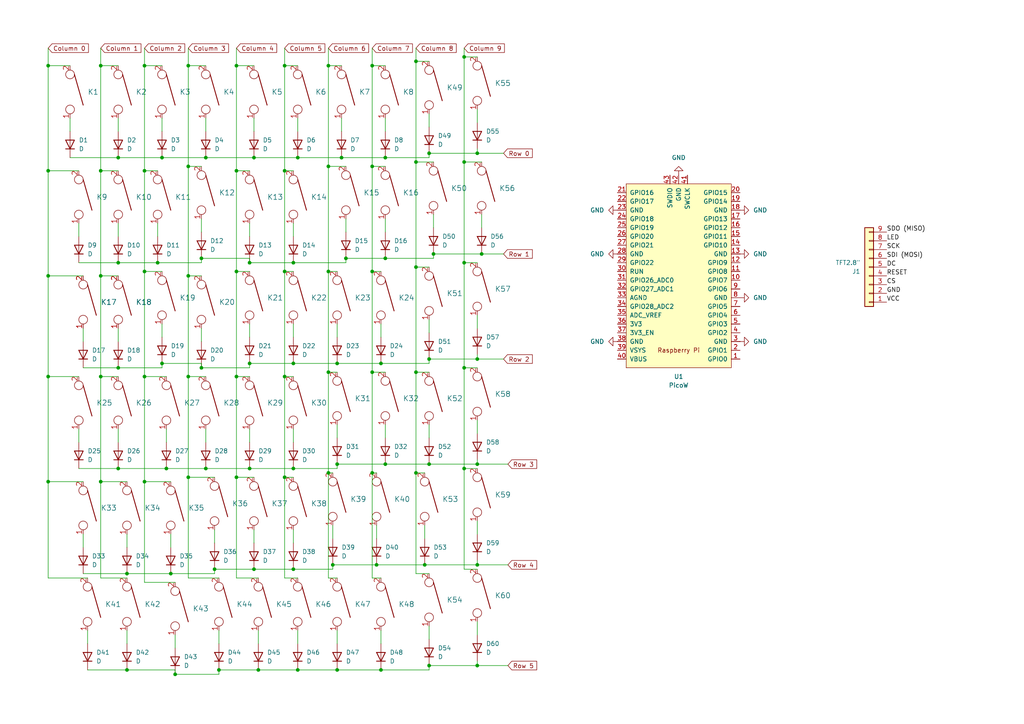
<source format=kicad_sch>
(kicad_sch (version 20231120) (generator "eeschema") (generator_version "8.0")
  (paper "A4")
  (junction (at 54.61 80.01))
  (junction (at 58.42 106.68))
  (junction (at 97.79 105.41))
  (junction (at 120.65 46.99))
  (junction (at 124.46 104.14))
  (junction (at 82.55 138.43))
  (junction (at 111.76 74.93))
  (junction (at 97.79 194.31))
  (junction (at 48.26 135.89))
  (junction (at 41.91 19.05))
  (junction (at 134.62 106.68))
  (junction (at 29.21 19.05))
  (junction (at 34.29 135.89))
  (junction (at 95.25 48.26))
  (junction (at 134.62 76.2))
  (junction (at 72.39 135.89))
  (junction (at 111.76 134.62))
  (junction (at 41.91 78.74))
  (junction (at 72.39 76.2))
  (junction (at 107.95 78.74))
  (junction (at 13.97 19.05))
  (junction (at 107.95 48.26))
  (junction (at 86.36 45.72))
  (junction (at 124.46 44.45))
  (junction (at 82.55 19.05))
  (junction (at 138.43 104.14))
  (junction (at 107.95 107.95))
  (junction (at 110.49 194.31))
  (junction (at 123.19 163.83))
  (junction (at 124.46 134.62))
  (junction (at 86.36 194.31))
  (junction (at 85.09 76.2))
  (junction (at 13.97 139.7))
  (junction (at 138.43 193.04))
  (junction (at 68.58 138.43))
  (junction (at 59.69 45.72))
  (junction (at 72.39 105.41))
  (junction (at 13.97 49.53))
  (junction (at 58.42 74.93))
  (junction (at 82.55 78.74))
  (junction (at 68.58 78.74))
  (junction (at 96.52 163.83))
  (junction (at 82.55 109.22))
  (junction (at 120.65 107.95))
  (junction (at 54.61 48.26))
  (junction (at 85.09 105.41))
  (junction (at 109.22 163.83))
  (junction (at 13.97 80.01))
  (junction (at 95.25 78.74))
  (junction (at 107.95 137.16))
  (junction (at 99.06 45.72))
  (junction (at 68.58 109.22))
  (junction (at 95.25 107.95))
  (junction (at 120.65 17.78))
  (junction (at 54.61 109.22))
  (junction (at 74.93 194.31))
  (junction (at 41.91 139.7))
  (junction (at 68.58 19.05))
  (junction (at 45.72 76.2))
  (junction (at 124.46 193.04))
  (junction (at 100.33 74.93))
  (junction (at 54.61 19.05))
  (junction (at 62.23 165.1))
  (junction (at 13.97 109.22))
  (junction (at 46.99 45.72))
  (junction (at 29.21 139.7))
  (junction (at 41.91 49.53))
  (junction (at 139.7 73.66))
  (junction (at 36.83 166.37))
  (junction (at 63.5 194.31))
  (junction (at 73.66 165.1))
  (junction (at 110.49 105.41))
  (junction (at 82.55 49.53))
  (junction (at 73.66 45.72))
  (junction (at 97.79 134.62))
  (junction (at 34.29 45.72))
  (junction (at 120.65 77.47))
  (junction (at 85.09 165.1))
  (junction (at 46.99 105.41))
  (junction (at 29.21 80.01))
  (junction (at 36.83 194.31))
  (junction (at 29.21 49.53))
  (junction (at 34.29 106.68))
  (junction (at 111.76 45.72))
  (junction (at 59.69 135.89))
  (junction (at 95.25 19.05))
  (junction (at 29.21 109.22))
  (junction (at 107.95 19.05))
  (junction (at 134.62 135.89))
  (junction (at 138.43 134.62))
  (junction (at 54.61 138.43))
  (junction (at 50.8 195.58))
  (junction (at 68.58 49.53))
  (junction (at 120.65 137.16))
  (junction (at 34.29 76.2))
  (junction (at 134.62 16.51))
  (junction (at 85.09 135.89))
  (junction (at 41.91 109.22))
  (junction (at 125.73 73.66))
  (junction (at 138.43 163.83))
  (junction (at 49.53 166.37))
  (junction (at 134.62 46.99))
  (junction (at 138.43 44.45))
  (junction (at 95.25 137.16))
  (wire (pts (xy 82.55 78.74) (xy 85.09 78.74)))
  (wire (pts (xy 29.21 80.01) (xy 29.21 109.22)))
  (wire (pts (xy 22.86 76.2) (xy 34.29 76.2)))
  (wire (pts (xy 107.95 48.26) (xy 107.95 78.74)))
  (wire (pts (xy 54.61 80.01) (xy 58.42 80.01)))
  (wire (pts (xy 73.66 19.05) (xy 68.58 19.05)))
  (wire (pts (xy 120.65 107.95) (xy 120.65 137.16)))
  (wire (pts (xy 29.21 80.01) (xy 34.29 80.01)))
  (wire (pts (xy 107.95 19.05) (xy 107.95 48.26)))
  (wire (pts (xy 46.99 93.98) (xy 46.99 97.79)))
  (wire (pts (xy 58.42 106.68) (xy 72.39 106.68)))
  (wire (pts (xy 54.61 48.26) (xy 58.42 48.26)))
  (wire (pts (xy 97.79 105.41) (xy 110.49 105.41)))
  (wire (pts (xy 54.61 138.43) (xy 62.23 138.43)))
  (wire (pts (xy 34.29 45.72) (xy 46.99 45.72)))
  (wire (pts (xy 41.91 109.22) (xy 48.26 109.22)))
  (wire (pts (xy 85.09 165.1) (xy 96.52 165.1)))
  (wire (pts (xy 82.55 109.22) (xy 85.09 109.22)))
  (wire (pts (xy 82.55 19.05) (xy 82.55 49.53)))
  (wire (pts (xy 99.06 34.29) (xy 99.06 38.1)))
  (wire (pts (xy 134.62 106.68) (xy 134.62 135.89)))
  (wire (pts (xy 125.73 73.66) (xy 139.7 73.66)))
  (wire (pts (xy 138.43 16.51) (xy 134.62 16.51)))
  (wire (pts (xy 72.39 76.2) (xy 85.09 76.2)))
  (wire (pts (xy 97.79 194.31) (xy 110.49 194.31)))
  (wire (pts (xy 49.53 166.37) (xy 62.23 166.37)))
  (wire (pts (xy 29.21 139.7) (xy 29.21 167.64)))
  (wire (pts (xy 48.26 124.46) (xy 48.26 128.27)))
  (wire (pts (xy 41.91 13.97) (xy 41.91 19.05)))
  (wire (pts (xy 58.42 63.5) (xy 58.42 67.31)))
  (wire (pts (xy 62.23 165.1) (xy 73.66 165.1)))
  (wire (pts (xy 134.62 13.97) (xy 134.62 16.51)))
  (wire (pts (xy 139.7 62.23) (xy 139.7 66.04)))
  (wire (pts (xy 41.91 109.22) (xy 41.91 139.7)))
  (wire (pts (xy 72.39 74.93) (xy 72.39 76.2)))
  (wire (pts (xy 111.76 19.05) (xy 107.95 19.05)))
  (wire (pts (xy 86.36 182.88) (xy 86.36 186.69)))
  (wire (pts (xy 59.69 124.46) (xy 59.69 128.27)))
  (wire (pts (xy 125.73 74.93) (xy 125.73 73.66)))
  (wire (pts (xy 134.62 106.68) (xy 138.43 106.68)))
  (wire (pts (xy 120.65 46.99) (xy 120.65 77.47)))
  (wire (pts (xy 138.43 121.92) (xy 138.43 125.73)))
  (wire (pts (xy 82.55 78.74) (xy 82.55 109.22)))
  (wire (pts (xy 96.52 152.4) (xy 96.52 156.21)))
  (wire (pts (xy 72.39 105.41) (xy 85.09 105.41)))
  (wire (pts (xy 13.97 80.01) (xy 13.97 109.22)))
  (wire (pts (xy 54.61 13.97) (xy 54.61 19.05)))
  (wire (pts (xy 110.49 93.98) (xy 110.49 97.79)))
  (wire (pts (xy 124.46 105.41) (xy 124.46 104.14)))
  (wire (pts (xy 97.79 134.62) (xy 111.76 134.62)))
  (wire (pts (xy 85.09 64.77) (xy 85.09 68.58)))
  (wire (pts (xy 45.72 76.2) (xy 58.42 76.2)))
  (wire (pts (xy 29.21 109.22) (xy 29.21 139.7)))
  (wire (pts (xy 86.36 194.31) (xy 97.79 194.31)))
  (wire (pts (xy 100.33 76.2) (xy 100.33 74.93)))
  (wire (pts (xy 41.91 19.05) (xy 41.91 49.53)))
  (wire (pts (xy 120.65 107.95) (xy 124.46 107.95)))
  (wire (pts (xy 74.93 182.88) (xy 74.93 186.69)))
  (wire (pts (xy 34.29 76.2) (xy 45.72 76.2)))
  (wire (pts (xy 120.65 166.37) (xy 124.46 166.37)))
  (wire (pts (xy 99.06 19.05) (xy 95.25 19.05)))
  (wire (pts (xy 68.58 109.22) (xy 72.39 109.22)))
  (wire (pts (xy 125.73 62.23) (xy 125.73 66.04)))
  (wire (pts (xy 85.09 93.98) (xy 85.09 97.79)))
  (wire (pts (xy 73.66 165.1) (xy 85.09 165.1)))
  (wire (pts (xy 82.55 138.43) (xy 82.55 167.64)))
  (wire (pts (xy 134.62 135.89) (xy 138.43 135.89)))
  (wire (pts (xy 134.62 76.2) (xy 134.62 106.68)))
  (wire (pts (xy 48.26 135.89) (xy 59.69 135.89)))
  (wire (pts (xy 109.22 152.4) (xy 109.22 156.21)))
  (wire (pts (xy 95.25 48.26) (xy 100.33 48.26)))
  (wire (pts (xy 82.55 109.22) (xy 82.55 138.43)))
  (wire (pts (xy 73.66 45.72) (xy 86.36 45.72)))
  (wire (pts (xy 36.83 182.88) (xy 36.83 186.69)))
  (wire (pts (xy 120.65 13.97) (xy 120.65 17.78)))
  (wire (pts (xy 124.46 104.14) (xy 138.43 104.14)))
  (wire (pts (xy 20.32 45.72) (xy 34.29 45.72)))
  (wire (pts (xy 29.21 19.05) (xy 29.21 49.53)))
  (wire (pts (xy 68.58 78.74) (xy 72.39 78.74)))
  (wire (pts (xy 46.99 45.72) (xy 59.69 45.72)))
  (wire (pts (xy 95.25 19.05) (xy 95.25 48.26)))
  (wire (pts (xy 138.43 193.04) (xy 147.32 193.04)))
  (wire (pts (xy 138.43 180.34) (xy 138.43 184.15)))
  (wire (pts (xy 107.95 78.74) (xy 110.49 78.74)))
  (wire (pts (xy 25.4 194.31) (xy 36.83 194.31)))
  (wire (pts (xy 29.21 109.22) (xy 34.29 109.22)))
  (wire (pts (xy 138.43 31.75) (xy 138.43 35.56)))
  (wire (pts (xy 74.93 194.31) (xy 86.36 194.31)))
  (wire (pts (xy 107.95 13.97) (xy 107.95 19.05)))
  (wire (pts (xy 111.76 74.93) (xy 125.73 74.93)))
  (wire (pts (xy 124.46 123.19) (xy 124.46 127)))
  (wire (pts (xy 95.25 107.95) (xy 95.25 137.16)))
  (wire (pts (xy 41.91 139.7) (xy 41.91 168.91)))
  (wire (pts (xy 97.79 182.88) (xy 97.79 186.69)))
  (wire (pts (xy 50.8 195.58) (xy 63.5 195.58)))
  (wire (pts (xy 13.97 109.22) (xy 13.97 139.7)))
  (wire (pts (xy 54.61 138.43) (xy 54.61 167.64)))
  (wire (pts (xy 34.29 19.05) (xy 29.21 19.05)))
  (wire (pts (xy 13.97 19.05) (xy 13.97 49.53)))
  (wire (pts (xy 95.25 13.97) (xy 95.25 19.05)))
  (wire (pts (xy 13.97 49.53) (xy 13.97 80.01)))
  (wire (pts (xy 36.83 166.37) (xy 49.53 166.37)))
  (wire (pts (xy 95.25 107.95) (xy 97.79 107.95)))
  (wire (pts (xy 95.25 48.26) (xy 95.25 78.74)))
  (wire (pts (xy 107.95 167.64) (xy 110.49 167.64)))
  (wire (pts (xy 59.69 45.72) (xy 73.66 45.72)))
  (wire (pts (xy 68.58 167.64) (xy 74.93 167.64)))
  (wire (pts (xy 46.99 34.29) (xy 46.99 38.1)))
  (wire (pts (xy 62.23 153.67) (xy 62.23 157.48)))
  (wire (pts (xy 82.55 49.53) (xy 82.55 78.74)))
  (wire (pts (xy 72.39 93.98) (xy 72.39 97.79)))
  (wire (pts (xy 41.91 49.53) (xy 45.72 49.53)))
  (wire (pts (xy 41.91 78.74) (xy 41.91 109.22)))
  (wire (pts (xy 96.52 165.1) (xy 96.52 163.83)))
  (wire (pts (xy 95.25 137.16) (xy 96.52 137.16)))
  (wire (pts (xy 49.53 154.94) (xy 49.53 158.75)))
  (wire (pts (xy 85.09 105.41) (xy 97.79 105.41)))
  (wire (pts (xy 123.19 163.83) (xy 138.43 163.83)))
  (wire (pts (xy 95.25 78.74) (xy 95.25 107.95)))
  (wire (pts (xy 41.91 78.74) (xy 46.99 78.74)))
  (wire (pts (xy 36.83 154.94) (xy 36.83 158.75)))
  (wire (pts (xy 54.61 109.22) (xy 59.69 109.22)))
  (wire (pts (xy 54.61 167.64) (xy 63.5 167.64)))
  (wire (pts (xy 72.39 124.46) (xy 72.39 128.27)))
  (wire (pts (xy 134.62 46.99) (xy 134.62 76.2)))
  (wire (pts (xy 29.21 13.97) (xy 29.21 19.05)))
  (wire (pts (xy 86.36 19.05) (xy 82.55 19.05)))
  (wire (pts (xy 50.8 184.15) (xy 50.8 187.96)))
  (wire (pts (xy 138.43 193.04) (xy 138.43 191.77)))
  (wire (pts (xy 54.61 19.05) (xy 54.61 48.26)))
  (wire (pts (xy 120.65 137.16) (xy 120.65 166.37)))
  (wire (pts (xy 68.58 138.43) (xy 73.66 138.43)))
  (wire (pts (xy 54.61 48.26) (xy 54.61 80.01)))
  (wire (pts (xy 58.42 105.41) (xy 58.42 106.68)))
  (wire (pts (xy 97.79 123.19) (xy 97.79 127)))
  (wire (pts (xy 100.33 63.5) (xy 100.33 67.31)))
  (wire (pts (xy 63.5 195.58) (xy 63.5 194.31)))
  (wire (pts (xy 107.95 137.16) (xy 107.95 167.64)))
  (wire (pts (xy 124.46 194.31) (xy 124.46 193.04)))
  (wire (pts (xy 22.86 124.46) (xy 22.86 128.27)))
  (wire (pts (xy 124.46 45.72) (xy 124.46 44.45)))
  (wire (pts (xy 13.97 80.01) (xy 24.13 80.01)))
  (wire (pts (xy 68.58 109.22) (xy 68.58 138.43)))
  (wire (pts (xy 97.79 93.98) (xy 97.79 97.79)))
  (wire (pts (xy 124.46 44.45) (xy 138.43 44.45)))
  (wire (pts (xy 111.76 34.29) (xy 111.76 38.1)))
  (wire (pts (xy 34.29 124.46) (xy 34.29 128.27)))
  (wire (pts (xy 41.91 49.53) (xy 41.91 78.74)))
  (wire (pts (xy 82.55 49.53) (xy 85.09 49.53)))
  (wire (pts (xy 59.69 34.29) (xy 59.69 38.1)))
  (wire (pts (xy 29.21 167.64) (xy 36.83 167.64)))
  (wire (pts (xy 13.97 139.7) (xy 13.97 167.64)))
  (wire (pts (xy 54.61 80.01) (xy 54.61 109.22)))
  (wire (pts (xy 124.46 92.71) (xy 124.46 96.52)))
  (wire (pts (xy 111.76 123.19) (xy 111.76 127)))
  (wire (pts (xy 46.99 19.05) (xy 41.91 19.05)))
  (wire (pts (xy 63.5 194.31) (xy 74.93 194.31)))
  (wire (pts (xy 110.49 194.31) (xy 124.46 194.31)))
  (wire (pts (xy 25.4 182.88) (xy 25.4 186.69)))
  (wire (pts (xy 124.46 181.61) (xy 124.46 185.42)))
  (wire (pts (xy 13.97 13.97) (xy 13.97 19.05)))
  (wire (pts (xy 99.06 45.72) (xy 111.76 45.72)))
  (wire (pts (xy 138.43 151.13) (xy 138.43 154.94)))
  (wire (pts (xy 68.58 78.74) (xy 68.58 109.22)))
  (wire (pts (xy 134.62 165.1) (xy 138.43 165.1)))
  (wire (pts (xy 72.39 64.77) (xy 72.39 68.58)))
  (wire (pts (xy 36.83 194.31) (xy 50.8 194.31)))
  (wire (pts (xy 96.52 163.83) (xy 109.22 163.83)))
  (wire (pts (xy 138.43 44.45) (xy 138.43 43.18)))
  (wire (pts (xy 22.86 135.89) (xy 34.29 135.89)))
  (wire (pts (xy 24.13 106.68) (xy 34.29 106.68)))
  (wire (pts (xy 68.58 13.97) (xy 68.58 19.05)))
  (wire (pts (xy 72.39 135.89) (xy 85.09 135.89)))
  (wire (pts (xy 13.97 49.53) (xy 22.86 49.53)))
  (wire (pts (xy 20.32 34.29) (xy 20.32 38.1)))
  (wire (pts (xy 124.46 193.04) (xy 138.43 193.04)))
  (wire (pts (xy 73.66 34.29) (xy 73.66 38.1)))
  (wire (pts (xy 13.97 139.7) (xy 24.13 139.7)))
  (wire (pts (xy 123.19 152.4) (xy 123.19 156.21)))
  (wire (pts (xy 58.42 74.93) (xy 72.39 74.93)))
  (wire (pts (xy 134.62 46.99) (xy 139.7 46.99)))
  (wire (pts (xy 34.29 135.89) (xy 48.26 135.89)))
  (wire (pts (xy 86.36 34.29) (xy 86.36 38.1)))
  (wire (pts (xy 68.58 49.53) (xy 68.58 78.74)))
  (wire (pts (xy 85.09 135.89) (xy 97.79 135.89)))
  (wire (pts (xy 120.65 137.16) (xy 123.19 137.16)))
  (wire (pts (xy 134.62 135.89) (xy 134.62 165.1)))
  (wire (pts (xy 34.29 106.68) (xy 46.99 106.68)))
  (wire (pts (xy 138.43 163.83) (xy 147.32 163.83)))
  (wire (pts (xy 41.91 139.7) (xy 49.53 139.7)))
  (wire (pts (xy 124.46 17.78) (xy 120.65 17.78)))
  (wire (pts (xy 34.29 95.25) (xy 34.29 99.06)))
  (wire (pts (xy 138.43 134.62) (xy 138.43 133.35)))
  (wire (pts (xy 82.55 13.97) (xy 82.55 19.05)))
  (wire (pts (xy 68.58 49.53) (xy 72.39 49.53)))
  (wire (pts (xy 24.13 95.25) (xy 24.13 99.06)))
  (wire (pts (xy 120.65 17.78) (xy 120.65 46.99)))
  (wire (pts (xy 134.62 16.51) (xy 134.62 46.99)))
  (wire (pts (xy 100.33 74.93) (xy 111.76 74.93)))
  (wire (pts (xy 59.69 19.05) (xy 54.61 19.05)))
  (wire (pts (xy 68.58 138.43) (xy 68.58 167.64)))
  (wire (pts (xy 97.79 135.89) (xy 97.79 134.62)))
  (wire (pts (xy 29.21 49.53) (xy 34.29 49.53)))
  (wire (pts (xy 86.36 45.72) (xy 99.06 45.72)))
  (wire (pts (xy 120.65 77.47) (xy 120.65 107.95)))
  (wire (pts (xy 46.99 106.68) (xy 46.99 105.41)))
  (wire (pts (xy 46.99 105.41) (xy 58.42 105.41)))
  (wire (pts (xy 107.95 137.16) (xy 109.22 137.16)))
  (wire (pts (xy 63.5 182.88) (xy 63.5 186.69)))
  (wire (pts (xy 85.09 124.46) (xy 85.09 128.27)))
  (wire (pts (xy 62.23 166.37) (xy 62.23 165.1)))
  (wire (pts (xy 111.76 45.72) (xy 124.46 45.72)))
  (wire (pts (xy 50.8 194.31) (xy 50.8 195.58)))
  (wire (pts (xy 107.95 107.95) (xy 111.76 107.95)))
  (wire (pts (xy 59.69 135.89) (xy 72.39 135.89)))
  (wire (pts (xy 34.29 64.77) (xy 34.29 68.58)))
  (wire (pts (xy 134.62 76.2) (xy 138.43 76.2)))
  (wire (pts (xy 138.43 104.14) (xy 146.05 104.14)))
  (wire (pts (xy 73.66 153.67) (xy 73.66 157.48)))
  (wire (pts (xy 95.25 78.74) (xy 97.79 78.74)))
  (wire (pts (xy 110.49 105.41) (xy 124.46 105.41)))
  (wire (pts (xy 138.43 91.44) (xy 138.43 95.25)))
  (wire (pts (xy 24.13 154.94) (xy 24.13 158.75)))
  (wire (pts (xy 54.61 109.22) (xy 54.61 138.43)))
  (wire (pts (xy 124.46 33.02) (xy 124.46 36.83)))
  (wire (pts (xy 58.42 95.25) (xy 58.42 99.06)))
  (wire (pts (xy 138.43 134.62) (xy 147.32 134.62)))
  (wire (pts (xy 29.21 139.7) (xy 36.83 139.7)))
  (wire (pts (xy 85.09 153.67) (xy 85.09 157.48)))
  (wire (pts (xy 34.29 34.29) (xy 34.29 38.1)))
  (wire (pts (xy 13.97 167.64) (xy 25.4 167.64)))
  (wire (pts (xy 82.55 138.43) (xy 85.09 138.43)))
  (wire (pts (xy 82.55 167.64) (xy 86.36 167.64)))
  (wire (pts (xy 138.43 44.45) (xy 146.05 44.45)))
  (wire (pts (xy 68.58 19.05) (xy 68.58 49.53)))
  (wire (pts (xy 120.65 46.99) (xy 125.73 46.99)))
  (wire (pts (xy 20.32 19.05) (xy 13.97 19.05)))
  (wire (pts (xy 24.13 166.37) (xy 36.83 166.37)))
  (wire (pts (xy 13.97 109.22) (xy 22.86 109.22)))
  (wire (pts (xy 138.43 104.14) (xy 138.43 102.87)))
  (wire (pts (xy 45.72 64.77) (xy 45.72 68.58)))
  (wire (pts (xy 110.49 182.88) (xy 110.49 186.69)))
  (wire (pts (xy 120.65 77.47) (xy 124.46 77.47)))
  (wire (pts (xy 107.95 48.26) (xy 111.76 48.26)))
  (wire (pts (xy 29.21 49.53) (xy 29.21 80.01)))
  (wire (pts (xy 107.95 107.95) (xy 107.95 137.16)))
  (wire (pts (xy 85.09 76.2) (xy 100.33 76.2)))
  (wire (pts (xy 58.42 76.2) (xy 58.42 74.93)))
  (wire (pts (xy 138.43 163.83) (xy 138.43 162.56)))
  (wire (pts (xy 41.91 168.91) (xy 50.8 168.91)))
  (wire (pts (xy 107.95 78.74) (xy 107.95 107.95)))
  (wire (pts (xy 22.86 64.77) (xy 22.86 68.58)))
  (wire (pts (xy 124.46 134.62) (xy 138.43 134.62)))
  (wire (pts (xy 95.25 137.16) (xy 95.25 167.64)))
  (wire (pts (xy 111.76 134.62) (xy 124.46 134.62)))
  (wire (pts (xy 139.7 73.66) (xy 146.05 73.66)))
  (wire (pts (xy 109.22 163.83) (xy 123.19 163.83)))
  (wire (pts (xy 111.76 63.5) (xy 111.76 67.31)))
  (wire (pts (xy 72.39 106.68) (xy 72.39 105.41)))
  (wire (pts (xy 95.25 167.64) (xy 97.79 167.64)))
  (label "CS" (at 257.175 82.55 0))
  (label "SDO (MISO)" (at 257.175 67.31 0))
  (label "GND" (at 257.175 85.09 0))
  (label "SCK" (at 257.175 72.39 0))
  (label "RESET" (at 257.175 80.01 0))
  (label "DC" (at 257.175 77.47 0))
  (label "LED" (at 257.175 69.85 0))
  (label "VCC" (at 257.175 87.63 0))
  (label "SDI (MOSI)" (at 257.175 74.93 0))
  (global_label "Row 1" (shape input) (at 146.05 73.66 0) (property "Intersheetrefs" "${INTERSHEET_REFS}" (effects (hide yes))))
  (global_label "Column 4" (shape input) (at 68.58 13.97 0) (property "Intersheetrefs" "${INTERSHEET_REFS}" (effects (hide yes))))
  (global_label "Row 4" (shape input) (at 147.32 163.83 0) (property "Intersheetrefs" "${INTERSHEET_REFS}" (effects (hide yes))))
  (global_label "Row 0" (shape input) (at 146.05 44.45 0) (property "Intersheetrefs" "${INTERSHEET_REFS}" (effects (hide yes))))
  (global_label "Column 8" (shape input) (at 120.65 13.97 0) (property "Intersheetrefs" "${INTERSHEET_REFS}" (effects (hide yes))))
  (global_label "Column 1" (shape input) (at 29.21 13.97 0) (property "Intersheetrefs" "${INTERSHEET_REFS}" (effects (hide yes))))
  (global_label "Column 7" (shape input) (at 107.95 13.97 0) (property "Intersheetrefs" "${INTERSHEET_REFS}" (effects (hide yes))))
  (global_label "Row 3" (shape input) (at 147.32 134.62 0) (property "Intersheetrefs" "${INTERSHEET_REFS}" (effects (hide yes))))
  (global_label "Column 6" (shape input) (at 95.25 13.97 0) (property "Intersheetrefs" "${INTERSHEET_REFS}" (effects (hide yes))))
  (global_label "Column 3" (shape input) (at 54.61 13.97 0) (property "Intersheetrefs" "${INTERSHEET_REFS}" (effects (hide yes))))
  (global_label "Column 5" (shape input) (at 82.55 13.97 0) (property "Intersheetrefs" "${INTERSHEET_REFS}" (effects (hide yes))))
  (global_label "Row 2" (shape input) (at 146.05 104.14 0) (property "Intersheetrefs" "${INTERSHEET_REFS}" (effects (hide yes))))
  (global_label "Column 9" (shape input) (at 134.62 13.97 0) (property "Intersheetrefs" "${INTERSHEET_REFS}" (effects (hide yes))))
  (global_label "Column 2" (shape input) (at 41.91 13.97 0) (property "Intersheetrefs" "${INTERSHEET_REFS}" (effects (hide yes))))
  (global_label "Row 5" (shape input) (at 147.32 193.04 0) (property "Intersheetrefs" "${INTERSHEET_REFS}" (effects (hide yes))))
  (global_label "Column 0" (shape input) (at 13.97 13.97 0) (property "Intersheetrefs" "${INTERSHEET_REFS}" (effects (hide yes))))
  (symbol (lib_id "Device:D") (at 58.42 102.87 90) (unit 1)
    (property "Reference" "D20" (at 60.96 101.5999 90) (effects (justify right)))
    (property "Value" "D" (at 60.96 104.1399 90) (effects (justify right)))
    (property "Description" "Diode" (effects (hide yes)))
    (property "Sim.Device" "D" (effects (hide yes)))
    (property "Sim.Pins" "1=K 2=A" (effects (hide yes)))
  )
  (symbol (lib_id "keyboard_parts:KEYSW") (at 124.46 85.09 270) (unit 1)
    (property "Reference" "K51" (at 129.54 85.0899 90) (effects (font (size 1.524 1.524)) (justify left)))
    (property "Value" "KEYSW" (effects (hide yes)))
  )
  (symbol (lib_id "Device:D") (at 85.09 161.29 90) (unit 1)
    (property "Reference" "D38" (at 87.63 160.0199 90) (effects (justify right)))
    (property "Value" "D" (at 87.63 162.5599 90) (effects (justify right)))
    (property "Description" "Diode" (effects (hide yes)))
    (property "Sim.Device" "D" (effects (hide yes)))
    (property "Sim.Pins" "1=K 2=A" (effects (hide yes)))
  )
  (symbol (lib_id "Device:D") (at 99.06 41.91 90) (unit 1)
    (property "Reference" "D7" (at 101.6 40.6399 90) (effects (justify right)))
    (property "Value" "D" (at 101.6 43.1799 90) (effects (justify right)))
    (property "Description" "Diode" (effects (hide yes)))
    (property "Sim.Device" "D" (effects (hide yes)))
    (property "Sim.Pins" "1=K 2=A" (effects (hide yes)))
  )
  (symbol (lib_id "keyboard_parts:KEYSW") (at 138.43 143.51 270) (unit 1)
    (property "Reference" "K59" (at 143.51 143.5099 90) (effects (font (size 1.524 1.524)) (justify left)))
    (property "Value" "KEYSW" (effects (hide yes)))
  )
  (symbol (lib_id "keyboard_parts:KEYSW") (at 73.66 146.05 270) (unit 1)
    (property "Reference" "K37" (at 78.74 146.0499 90) (effects (font (size 1.524 1.524)) (justify left)))
    (property "Value" "KEYSW" (effects (hide yes)))
  )
  (symbol (lib_id "Device:D") (at 59.69 41.91 90) (unit 1)
    (property "Reference" "D4" (at 62.23 40.6399 90) (effects (justify right)))
    (property "Value" "D" (at 62.23 43.1799 90) (effects (justify right)))
    (property "Description" "Diode" (effects (hide yes)))
    (property "Sim.Device" "D" (effects (hide yes)))
    (property "Sim.Pins" "1=K 2=A" (effects (hide yes)))
  )
  (symbol (lib_id "power:GND") (at 179.07 99.06 270) (unit 1)
    (property "Reference" "#PWR07" (effects (hide yes)))
    (property "Value" "GND" (at 175.26 99.0599 90) (effects (justify right)))
    (property "Description" "Power symbol creates a global label with name \"GND\" , ground" (effects (hide yes)))
  )
  (symbol (lib_id "Device:D") (at 49.53 162.56 90) (unit 1)
    (property "Reference" "D35" (at 52.07 161.2899 90) (effects (justify right)))
    (property "Value" "D" (at 52.07 163.8299 90) (effects (justify right)))
    (property "Description" "Diode" (effects (hide yes)))
    (property "Sim.Device" "D" (effects (hide yes)))
    (property "Sim.Pins" "1=K 2=A" (effects (hide yes)))
  )
  (symbol (lib_id "Device:D") (at 73.66 161.29 90) (unit 1)
    (property "Reference" "D37" (at 76.2 160.0199 90) (effects (justify right)))
    (property "Value" "D" (at 76.2 162.5599 90) (effects (justify right)))
    (property "Description" "Diode" (effects (hide yes)))
    (property "Sim.Device" "D" (effects (hide yes)))
    (property "Sim.Pins" "1=K 2=A" (effects (hide yes)))
  )
  (symbol (lib_id "keyboard_parts:KEYSW") (at 58.42 87.63 270) (unit 1)
    (property "Reference" "K20" (at 63.5 87.6299 90) (effects (font (size 1.524 1.524)) (justify left)))
    (property "Value" "KEYSW" (effects (hide yes)))
  )
  (symbol (lib_id "keyboard_parts:KEYSW") (at 124.46 115.57 270) (unit 1)
    (property "Reference" "K52" (at 129.54 115.5699 90) (effects (font (size 1.524 1.524)) (justify left)))
    (property "Value" "KEYSW" (effects (hide yes)))
  )
  (symbol (lib_id "keyboard_parts:KEYSW") (at 34.29 116.84 270) (unit 1)
    (property "Reference" "K26" (at 39.37 116.8399 90) (effects (font (size 1.524 1.524)) (justify left)))
    (property "Value" "KEYSW" (effects (hide yes)))
  )
  (symbol (lib_id "Device:D") (at 36.83 162.56 90) (unit 1)
    (property "Reference" "D34" (at 39.37 161.2899 90) (effects (justify right)))
    (property "Value" "D" (at 39.37 163.8299 90) (effects (justify right)))
    (property "Description" "Diode" (effects (hide yes)))
    (property "Sim.Device" "D" (effects (hide yes)))
    (property "Sim.Pins" "1=K 2=A" (effects (hide yes)))
  )
  (symbol (lib_id "keyboard_parts:KEYSW") (at 125.73 54.61 270) (unit 1)
    (property "Reference" "K50" (at 130.81 54.6099 90) (effects (font (size 1.524 1.524)) (justify left)))
    (property "Value" "KEYSW" (effects (hide yes)))
  )
  (symbol (lib_id "power:GND") (at 179.07 73.66 270) (unit 1)
    (property "Reference" "#PWR02" (effects (hide yes)))
    (property "Value" "GND" (at 175.26 73.6599 90) (effects (justify right)))
    (property "Description" "Power symbol creates a global label with name \"GND\" , ground" (effects (hide yes)))
  )
  (symbol (lib_id "keyboard_parts:KEYSW") (at 72.39 86.36 270) (unit 1)
    (property "Reference" "K21" (at 77.47 86.3599 90) (effects (font (size 1.524 1.524)) (justify left)))
    (property "Value" "KEYSW" (effects (hide yes)))
  )
  (symbol (lib_id "Device:D") (at 110.49 190.5 90) (unit 1)
    (property "Reference" "D48" (at 113.03 189.2299 90) (effects (justify right)))
    (property "Value" "D" (at 113.03 191.7699 90) (effects (justify right)))
    (property "Description" "Diode" (effects (hide yes)))
    (property "Sim.Device" "D" (effects (hide yes)))
    (property "Sim.Pins" "1=K 2=A" (effects (hide yes)))
  )
  (symbol (lib_id "Device:D") (at 100.33 71.12 90) (unit 1)
    (property "Reference" "D15" (at 102.87 69.8499 90) (effects (justify right)))
    (property "Value" "D" (at 102.87 72.3899 90) (effects (justify right)))
    (property "Description" "Diode" (effects (hide yes)))
    (property "Sim.Device" "D" (effects (hide yes)))
    (property "Sim.Pins" "1=K 2=A" (effects (hide yes)))
  )
  (symbol (lib_id "power:GND") (at 214.63 73.66 90) (unit 1)
    (property "Reference" "#PWR04" (effects (hide yes)))
    (property "Value" "GND" (at 218.44 73.6599 90) (effects (justify right)))
    (property "Description" "Power symbol creates a global label with name \"GND\" , ground" (effects (hide yes)))
  )
  (symbol (lib_id "Device:D") (at 72.39 72.39 90) (unit 1)
    (property "Reference" "D13" (at 74.93 71.1199 90) (effects (justify right)))
    (property "Value" "D" (at 74.93 73.6599 90) (effects (justify right)))
    (property "Description" "Diode" (effects (hide yes)))
    (property "Sim.Device" "D" (effects (hide yes)))
    (property "Sim.Pins" "1=K 2=A" (effects (hide yes)))
  )
  (symbol (lib_id "power:GND") (at 214.63 60.96 90) (unit 1)
    (property "Reference" "#PWR03" (effects (hide yes)))
    (property "Value" "GND" (at 218.44 60.9599 90) (effects (justify right)))
    (property "Description" "Power symbol creates a global label with name \"GND\" , ground" (effects (hide yes)))
  )
  (symbol (lib_id "keyboard_parts:KEYSW") (at 109.22 144.78 270) (unit 1)
    (property "Reference" "K40" (at 114.3 144.7799 90) (effects (font (size 1.524 1.524)) (justify left)))
    (property "Value" "KEYSW" (effects (hide yes)))
  )
  (symbol (lib_id "keyboard_parts:KEYSW") (at 123.19 144.78 270) (unit 1)
    (property "Reference" "K53" (at 128.27 144.7799 90) (effects (font (size 1.524 1.524)) (justify left)))
    (property "Value" "KEYSW" (effects (hide yes)))
  )
  (symbol (lib_id "keyboard_parts:KEYSW") (at 138.43 114.3 270) (unit 1)
    (property "Reference" "K58" (at 143.51 114.2999 90) (effects (font (size 1.524 1.524)) (justify left)))
    (property "Value" "KEYSW" (effects (hide yes)))
  )
  (symbol (lib_id "Device:D") (at 124.46 100.33 90) (unit 1)
    (property "Reference" "D51" (at 127 99.0599 90) (effects (justify right)))
    (property "Value" "D" (at 127 101.5999 90) (effects (justify right)))
    (property "Description" "Diode" (effects (hide yes)))
    (property "Sim.Device" "D" (effects (hide yes)))
    (property "Sim.Pins" "1=K 2=A" (effects (hide yes)))
  )
  (symbol (lib_id "Device:D") (at 138.43 99.06 90) (unit 1)
    (property "Reference" "D57" (at 140.97 97.7899 90) (effects (justify right)))
    (property "Value" "D" (at 140.97 100.3299 90) (effects (justify right)))
    (property "Description" "Diode" (effects (hide yes)))
    (property "Sim.Device" "D" (effects (hide yes)))
    (property "Sim.Pins" "1=K 2=A" (effects (hide yes)))
  )
  (symbol (lib_id "Device:D") (at 124.46 130.81 90) (unit 1)
    (property "Reference" "D52" (at 127 129.5399 90) (effects (justify right)))
    (property "Value" "D" (at 127 132.0799 90) (effects (justify right)))
    (property "Description" "Diode" (effects (hide yes)))
    (property "Sim.Device" "D" (effects (hide yes)))
    (property "Sim.Pins" "1=K 2=A" (effects (hide yes)))
  )
  (symbol (lib_id "Device:D") (at 20.32 41.91 90) (unit 1)
    (property "Reference" "D1" (at 22.86 40.6399 90) (effects (justify right)))
    (property "Value" "D" (at 22.86 43.1799 90) (effects (justify right)))
    (property "Description" "Diode" (effects (hide yes)))
    (property "Sim.Device" "D" (effects (hide yes)))
    (property "Sim.Pins" "1=K 2=A" (effects (hide yes)))
  )
  (symbol (lib_id "Device:D") (at 34.29 132.08 90) (unit 1)
    (property "Reference" "D26" (at 36.83 130.8099 90) (effects (justify right)))
    (property "Value" "D" (at 36.83 133.3499 90) (effects (justify right)))
    (property "Description" "Diode" (effects (hide yes)))
    (property "Sim.Device" "D" (effects (hide yes)))
    (property "Sim.Pins" "1=K 2=A" (effects (hide yes)))
  )
  (symbol (lib_id "keyboard_parts:KEYSW") (at 111.76 115.57 270) (unit 1)
    (property "Reference" "K32" (at 116.84 115.5699 90) (effects (font (size 1.524 1.524)) (justify left)))
    (property "Value" "KEYSW" (effects (hide yes)))
  )
  (symbol (lib_id "keyboard_parts:KEYSW") (at 45.72 57.15 270) (unit 1)
    (property "Reference" "K11" (at 50.8 57.1499 90) (effects (font (size 1.524 1.524)) (justify left)))
    (property "Value" "KEYSW" (effects (hide yes)))
  )
  (symbol (lib_id "keyboard_parts:KEYSW") (at 34.29 87.63 270) (unit 1)
    (property "Reference" "K18" (at 39.37 87.6299 90) (effects (font (size 1.524 1.524)) (justify left)))
    (property "Value" "KEYSW" (effects (hide yes)))
  )
  (symbol (lib_id "Device:D") (at 85.09 101.6 90) (unit 1)
    (property "Reference" "D22" (at 87.63 100.3299 90) (effects (justify right)))
    (property "Value" "D" (at 87.63 102.8699 90) (effects (justify right)))
    (property "Description" "Diode" (effects (hide yes)))
    (property "Sim.Device" "D" (effects (hide yes)))
    (property "Sim.Pins" "1=K 2=A" (effects (hide yes)))
  )
  (symbol (lib_id "keyboard_parts:KEYSW") (at 22.86 116.84 270) (unit 1)
    (property "Reference" "K25" (at 27.94 116.8399 90) (effects (font (size 1.524 1.524)) (justify left)))
    (property "Value" "KEYSW" (effects (hide yes)))
  )
  (symbol (lib_id "keyboard_parts:KEYSW") (at 110.49 86.36 270) (unit 1)
    (property "Reference" "K24" (at 115.57 86.3599 90) (effects (font (size 1.524 1.524)) (justify left)))
    (property "Value" "KEYSW" (effects (hide yes)))
  )
  (symbol (lib_id "Device:D") (at 111.76 41.91 90) (unit 1)
    (property "Reference" "D8" (at 114.3 40.6399 90) (effects (justify right)))
    (property "Value" "D" (at 114.3 43.1799 90) (effects (justify right)))
    (property "Description" "Diode" (effects (hide yes)))
    (property "Sim.Device" "D" (effects (hide yes)))
    (property "Sim.Pins" "1=K 2=A" (effects (hide yes)))
  )
  (symbol (lib_id "keyboard_parts:KEYSW") (at 97.79 86.36 270) (unit 1)
    (property "Reference" "K23" (at 102.87 86.3599 90) (effects (font (size 1.524 1.524)) (justify left)))
    (property "Value" "KEYSW" (effects (hide yes)))
  )
  (symbol (lib_id "Device:D") (at 73.66 41.91 90) (unit 1)
    (property "Reference" "D5" (at 76.2 40.6399 90) (effects (justify right)))
    (property "Value" "D" (at 76.2 43.1799 90) (effects (justify right)))
    (property "Description" "Diode" (effects (hide yes)))
    (property "Sim.Device" "D" (effects (hide yes)))
    (property "Sim.Pins" "1=K 2=A" (effects (hide yes)))
  )
  (symbol (lib_id "keyboard_parts:KEYSW") (at 72.39 57.15 270) (unit 1)
    (property "Reference" "K13" (at 77.47 57.1499 90) (effects (font (size 1.524 1.524)) (justify left)))
    (property "Value" "KEYSW" (effects (hide yes)))
  )
  (symbol (lib_id "keyboard_parts:KEYSW") (at 138.43 83.82 270) (unit 1)
    (property "Reference" "K57" (at 143.51 83.8199 90) (effects (font (size 1.524 1.524)) (justify left)))
    (property "Value" "KEYSW" (effects (hide yes)))
  )
  (symbol (lib_id "keyboard_parts:KEYSW") (at 110.49 175.26 270) (unit 1)
    (property "Reference" "K48" (at 115.57 175.2599 90) (effects (font (size 1.524 1.524)) (justify left)))
    (property "Value" "KEYSW" (effects (hide yes)))
  )
  (symbol (lib_id "keyboard_parts:KEYSW") (at 46.99 86.36 270) (unit 1)
    (property "Reference" "K19" (at 52.07 86.3599 90) (effects (font (size 1.524 1.524)) (justify left)))
    (property "Value" "KEYSW" (effects (hide yes)))
  )
  (symbol (lib_id "Device:D") (at 22.86 132.08 90) (unit 1)
    (property "Reference" "D25" (at 25.4 130.8099 90) (effects (justify right)))
    (property "Value" "D" (at 25.4 133.3499 90) (effects (justify right)))
    (property "Description" "Diode" (effects (hide yes)))
    (property "Sim.Device" "D" (effects (hide yes)))
    (property "Sim.Pins" "1=K 2=A" (effects (hide yes)))
  )
  (symbol (lib_id "keyboard_parts:KEYSW") (at 22.86 57.15 270) (unit 1)
    (property "Reference" "K9" (at 27.94 57.1499 90) (effects (font (size 1.524 1.524)) (justify left)))
    (property "Value" "KEYSW" (effects (hide yes)))
  )
  (symbol (lib_id "keyboard_parts:KEYSW") (at 111.76 55.88 270) (unit 1)
    (property "Reference" "K16" (at 116.84 55.8799 90) (effects (font (size 1.524 1.524)) (justify left)))
    (property "Value" "KEYSW" (effects (hide yes)))
  )
  (symbol (lib_id "Device:D") (at 96.52 160.02 90) (unit 1)
    (property "Reference" "D39" (at 99.06 158.7499 90) (effects (justify right)))
    (property "Value" "D" (at 99.06 161.2899 90) (effects (justify right)))
    (property "Description" "Diode" (effects (hide yes)))
    (property "Sim.Device" "D" (effects (hide yes)))
    (property "Sim.Pins" "1=K 2=A" (effects (hide yes)))
  )
  (symbol (lib_id "keyboard_parts:KEYSW") (at 97.79 175.26 270) (unit 1)
    (property "Reference" "K47" (at 102.87 175.2599 90) (effects (font (size 1.524 1.524)) (justify left)))
    (property "Value" "KEYSW" (effects (hide yes)))
  )
  (symbol (lib_id "Device:D") (at 59.69 132.08 90) (unit 1)
    (property "Reference" "D28" (at 62.23 130.8099 90) (effects (justify right)))
    (property "Value" "D" (at 62.23 133.3499 90) (effects (justify right)))
    (property "Description" "Diode" (effects (hide yes)))
    (property "Sim.Device" "D" (effects (hide yes)))
    (property "Sim.Pins" "1=K 2=A" (effects (hide yes)))
  )
  (symbol (lib_id "Connector_Generic:Conn_01x09") (at 252.095 77.47 180) (unit 1)
    (property "Reference" "J1" (at 249.555 78.7401 0) (effects (justify left)))
    (property "Value" "TFT2.8\"" (at 249.555 76.2001 0) (effects (justify left)))
    (property "Description" "Generic connector, single row, 01x09, script generated (kicad-library-utils/schlib/autogen/connector/)" (effects (hide yes)))
  )
  (symbol (lib_id "keyboard_parts:KEYSW") (at 124.46 173.99 270) (unit 1)
    (property "Reference" "K54" (at 129.54 173.9899 90) (effects (font (size 1.524 1.524)) (justify left)))
    (property "Value" "KEYSW" (effects (hide yes)))
  )
  (symbol (lib_id "Device:D") (at 85.09 72.39 90) (unit 1)
    (property "Reference" "D14" (at 87.63 71.1199 90) (effects (justify right)))
    (property "Value" "D" (at 87.63 73.6599 90) (effects (justify right)))
    (property "Description" "Diode" (effects (hide yes)))
    (property "Sim.Device" "D" (effects (hide yes)))
    (property "Sim.Pins" "1=K 2=A" (effects (hide yes)))
  )
  (symbol (lib_id "keyboard_parts:KEYSW") (at 85.09 57.15 270) (unit 1)
    (property "Reference" "K14" (at 90.17 57.1499 90) (effects (font (size 1.524 1.524)) (justify left)))
    (property "Value" "KEYSW" (effects (hide yes)))
  )
  (symbol (lib_id "Device:D") (at 72.39 132.08 90) (unit 1)
    (property "Reference" "D29" (at 74.93 130.8099 90) (effects (justify right)))
    (property "Value" "D" (at 74.93 133.3499 90) (effects (justify right)))
    (property "Description" "Diode" (effects (hide yes)))
    (property "Sim.Device" "D" (effects (hide yes)))
    (property "Sim.Pins" "1=K 2=A" (effects (hide yes)))
  )
  (symbol (lib_id "Device:D") (at 46.99 101.6 90) (unit 1)
    (property "Reference" "D19" (at 49.53 100.3299 90) (effects (justify right)))
    (property "Value" "D" (at 49.53 102.8699 90) (effects (justify right)))
    (property "Description" "Diode" (effects (hide yes)))
    (property "Sim.Device" "D" (effects (hide yes)))
    (property "Sim.Pins" "1=K 2=A" (effects (hide yes)))
  )
  (symbol (lib_id "Device:D") (at 58.42 71.12 90) (unit 1)
    (property "Reference" "D12" (at 60.96 69.8499 90) (effects (justify right)))
    (property "Value" "D" (at 60.96 72.3899 90) (effects (justify right)))
    (property "Description" "Diode" (effects (hide yes)))
    (property "Sim.Device" "D" (effects (hide yes)))
    (property "Sim.Pins" "1=K 2=A" (effects (hide yes)))
  )
  (symbol (lib_id "Device:D") (at 97.79 130.81 90) (unit 1)
    (property "Reference" "D31" (at 100.33 129.5399 90) (effects (justify right)))
    (property "Value" "D" (at 100.33 132.0799 90) (effects (justify right)))
    (property "Description" "Diode" (effects (hide yes)))
    (property "Sim.Device" "D" (effects (hide yes)))
    (property "Sim.Pins" "1=K 2=A" (effects (hide yes)))
  )
  (symbol (lib_id "Device:D") (at 124.46 189.23 90) (unit 1)
    (property "Reference" "D54" (at 127 187.9599 90) (effects (justify right)))
    (property "Value" "D" (at 127 190.4999 90) (effects (justify right)))
    (property "Description" "Diode" (effects (hide yes)))
    (property "Sim.Device" "D" (effects (hide yes)))
    (property "Sim.Pins" "1=K 2=A" (effects (hide yes)))
  )
  (symbol (lib_id "Device:D") (at 50.8 191.77 90) (unit 1)
    (property "Reference" "D43" (at 53.34 190.4999 90) (effects (justify right)))
    (property "Value" "D" (at 53.34 193.0399 90) (effects (justify right)))
    (property "Description" "Diode" (effects (hide yes)))
    (property "Sim.Device" "D" (effects (hide yes)))
    (property "Sim.Pins" "1=K 2=A" (effects (hide yes)))
  )
  (symbol (lib_id "keyboard_parts:KEYSW") (at 111.76 26.67 270) (unit 1)
    (property "Reference" "K8" (at 116.84 26.6699 90) (effects (font (size 1.524 1.524)) (justify left)))
    (property "Value" "KEYSW" (effects (hide yes)))
  )
  (symbol (lib_id "Device:D") (at 86.36 41.91 90) (unit 1)
    (property "Reference" "D6" (at 88.9 40.6399 90) (effects (justify right)))
    (property "Value" "D" (at 88.9 43.1799 90) (effects (justify right)))
    (property "Description" "Diode" (effects (hide yes)))
    (property "Sim.Device" "D" (effects (hide yes)))
    (property "Sim.Pins" "1=K 2=A" (effects (hide yes)))
  )
  (symbol (lib_id "Device:D") (at 72.39 101.6 90) (unit 1)
    (property "Reference" "D21" (at 74.93 100.3299 90) (effects (justify right)))
    (property "Value" "D" (at 74.93 102.8699 90) (effects (justify right)))
    (property "Description" "Diode" (effects (hide yes)))
    (property "Sim.Device" "D" (effects (hide yes)))
    (property "Sim.Pins" "1=K 2=A" (effects (hide yes)))
  )
  (symbol (lib_id "Device:D") (at 138.43 158.75 90) (unit 1)
    (property "Reference" "D59" (at 140.97 157.4799 90) (effects (justify right)))
    (property "Value" "D" (at 140.97 160.0199 90) (effects (justify right)))
    (property "Description" "Diode" (effects (hide yes)))
    (property "Sim.Device" "D" (effects (hide yes)))
    (property "Sim.Pins" "1=K 2=A" (effects (hide yes)))
  )
  (symbol (lib_id "keyboard_parts:KEYSW") (at 124.46 25.4 270) (unit 1)
    (property "Reference" "K49" (at 129.54 25.3999 90) (effects (font (size 1.524 1.524)) (justify left)))
    (property "Value" "KEYSW" (effects (hide yes)))
  )
  (symbol (lib_id "keyboard_parts:KEYSW") (at 85.09 116.84 270) (unit 1)
    (property "Reference" "K30" (at 90.17 116.8399 90) (effects (font (size 1.524 1.524)) (justify left)))
    (property "Value" "KEYSW" (effects (hide yes)))
  )
  (symbol (lib_id "keyboard_parts:KEYSW") (at 74.93 175.26 270) (unit 1)
    (property "Reference" "K45" (at 80.01 175.2599 90) (effects (font (size 1.524 1.524)) (justify left)))
    (property "Value" "KEYSW" (effects (hide yes)))
  )
  (symbol (lib_id "keyboard_parts:KEYSW") (at 34.29 26.67 270) (unit 1)
    (property "Reference" "K2" (at 39.37 26.6699 90) (effects (font (size 1.524 1.524)) (justify left)))
    (property "Value" "KEYSW" (effects (hide yes)))
  )
  (symbol (lib_id "keyboard_parts:KEYSW") (at 34.29 57.15 270) (unit 1)
    (property "Reference" "K10" (at 39.37 57.1499 90) (effects (font (size 1.524 1.524)) (justify left)))
    (property "Value" "KEYSW" (effects (hide yes)))
  )
  (symbol (lib_id "keyboard_parts:KEYSW") (at 100.33 55.88 270) (unit 1)
    (property "Reference" "K15" (at 105.41 55.8799 90) (effects (font (size 1.524 1.524)) (justify left)))
    (property "Value" "KEYSW" (effects (hide yes)))
  )
  (symbol (lib_id "keyboard_parts:KEYSW") (at 20.32 26.67 270) (unit 1)
    (property "Reference" "K1" (at 25.4 26.6699 90) (effects (font (size 1.524 1.524)) (justify left)))
    (property "Value" "KEYSW" (effects (hide yes)))
  )
  (symbol (lib_id "Device:D") (at 86.36 190.5 90) (unit 1)
    (property "Reference" "D46" (at 88.9 189.2299 90) (effects (justify right)))
    (property "Value" "D" (at 88.9 191.7699 90) (effects (justify right)))
    (property "Description" "Diode" (effects (hide yes)))
    (property "Sim.Device" "D" (effects (hide yes)))
    (property "Sim.Pins" "1=K 2=A" (effects (hide yes)))
  )
  (symbol (lib_id "keyboard_parts:KEYSW") (at 85.09 86.36 270) (unit 1)
    (property "Reference" "K22" (at 90.17 86.3599 90) (effects (font (size 1.524 1.524)) (justify left)))
    (property "Value" "KEYSW" (effects (hide yes)))
  )
  (symbol (lib_id "Device:D") (at 48.26 132.08 90) (unit 1)
    (property "Reference" "D27" (at 50.8 130.8099 90) (effects (justify right)))
    (property "Value" "D" (at 50.8 133.3499 90) (effects (justify right)))
    (property "Description" "Diode" (effects (hide yes)))
    (property "Sim.Device" "D" (effects (hide yes)))
    (property "Sim.Pins" "1=K 2=A" (effects (hide yes)))
  )
  (symbol (lib_id "Device:D") (at 97.79 101.6 90) (unit 1)
    (property "Reference" "D23" (at 100.33 100.3299 90) (effects (justify right)))
    (property "Value" "D" (at 100.33 102.8699 90) (effects (justify right)))
    (property "Description" "Diode" (effects (hide yes)))
    (property "Sim.Device" "D" (effects (hide yes)))
    (property "Sim.Pins" "1=K 2=A" (effects (hide yes)))
  )
  (symbol (lib_id "keyboard_parts:KEYSW") (at 36.83 175.26 270) (unit 1)
    (property "Reference" "K42" (at 41.91 175.2599 90) (effects (font (size 1.524 1.524)) (justify left)))
    (property "Value" "KEYSW" (effects (hide yes)))
  )
  (symbol (lib_id "Device:D") (at 45.72 72.39 90) (unit 1)
    (property "Reference" "D11" (at 48.26 71.1199 90) (effects (justify right)))
    (property "Value" "D" (at 48.26 73.6599 90) (effects (justify right)))
    (property "Description" "Diode" (effects (hide yes)))
    (property "Sim.Device" "D" (effects (hide yes)))
    (property "Sim.Pins" "1=K 2=A" (effects (hide yes)))
  )
  (symbol (lib_id "keyboard_parts:KEYSW") (at 24.13 87.63 270) (unit 1)
    (property "Reference" "K17" (at 29.21 87.6299 90) (effects (font (size 1.524 1.524)) (justify left)))
    (property "Value" "KEYSW" (effects (hide yes)))
  )
  (symbol (lib_id "Device:D") (at 46.99 41.91 90) (unit 1)
    (property "Reference" "D3" (at 49.53 40.6399 90) (effects (justify right)))
    (property "Value" "D" (at 49.53 43.1799 90) (effects (justify right)))
    (property "Description" "Diode" (effects (hide yes)))
    (property "Sim.Device" "D" (effects (hide yes)))
    (property "Sim.Pins" "1=K 2=A" (effects (hide yes)))
  )
  (symbol (lib_id "Device:D") (at 138.43 187.96 90) (unit 1)
    (property "Reference" "D60" (at 140.97 186.6899 90) (effects (justify right)))
    (property "Value" "D" (at 140.97 189.2299 90) (effects (justify right)))
    (property "Description" "Diode" (effects (hide yes)))
    (property "Sim.Device" "D" (effects (hide yes)))
    (property "Sim.Pins" "1=K 2=A" (effects (hide yes)))
  )
  (symbol (lib_id "RPi_Pico:PicoW") (at 196.85 80.01 180) (unit 1)
    (property "Reference" "U1" (at 196.85 109.22 0))
    (property "Value" "PicoW" (at 196.85 111.76 0))
    (property "Footprint" "RPi_PicoW:RPi_Pico_SMD_TH" (effects (hide yes)))
  )
  (symbol (lib_id "Device:D") (at 138.43 129.54 90) (unit 1)
    (property "Reference" "D58" (at 140.97 128.2699 90) (effects (justify right)))
    (property "Value" "D" (at 140.97 130.8099 90) (effects (justify right)))
    (property "Description" "Diode" (effects (hide yes)))
    (property "Sim.Device" "D" (effects (hide yes)))
    (property "Sim.Pins" "1=K 2=A" (effects (hide yes)))
  )
  (symbol (lib_id "Device:D") (at 24.13 102.87 90) (unit 1)
    (property "Reference" "D17" (at 26.67 101.5999 90) (effects (justify right)))
    (property "Value" "D" (at 26.67 104.1399 90) (effects (justify right)))
    (property "Description" "Diode" (effects (hide yes)))
    (property "Sim.Device" "D" (effects (hide yes)))
    (property "Sim.Pins" "1=K 2=A" (effects (hide yes)))
  )
  (symbol (lib_id "keyboard_parts:KEYSW") (at 49.53 147.32 270) (unit 1)
    (property "Reference" "K35" (at 54.61 147.3199 90) (effects (font (size 1.524 1.524)) (justify left)))
    (property "Value" "KEYSW" (effects (hide yes)))
  )
  (symbol (lib_id "keyboard_parts:KEYSW") (at 62.23 146.05 270) (unit 1)
    (property "Reference" "K36" (at 67.31 146.0499 90) (effects (font (size 1.524 1.524)) (justify left)))
    (property "Value" "KEYSW" (effects (hide yes)))
  )
  (symbol (lib_id "keyboard_parts:KEYSW") (at 72.39 116.84 270) (unit 1)
    (property "Reference" "K29" (at 77.47 116.8399 90) (effects (font (size 1.524 1.524)) (justify left)))
    (property "Value" "KEYSW" (effects (hide yes)))
  )
  (symbol (lib_id "Device:D") (at 34.29 41.91 90) (unit 1)
    (property "Reference" "D2" (at 36.83 40.6399 90) (effects (justify right)))
    (property "Value" "D" (at 36.83 43.1799 90) (effects (justify right)))
    (property "Description" "Diode" (effects (hide yes)))
    (property "Sim.Device" "D" (effects (hide yes)))
    (property "Sim.Pins" "1=K 2=A" (effects (hide yes)))
  )
  (symbol (lib_id "Device:D") (at 34.29 72.39 90) (unit 1)
    (property "Reference" "D10" (at 36.83 71.1199 90) (effects (justify right)))
    (property "Value" "D" (at 36.83 73.6599 90) (effects (justify right)))
    (property "Description" "Diode" (effects (hide yes)))
    (property "Sim.Device" "D" (effects (hide yes)))
    (property "Sim.Pins" "1=K 2=A" (effects (hide yes)))
  )
  (symbol (lib_id "Device:D") (at 62.23 161.29 90) (unit 1)
    (property "Reference" "D36" (at 64.77 160.0199 90) (effects (justify right)))
    (property "Value" "D" (at 64.77 162.5599 90) (effects (justify right)))
    (property "Description" "Diode" (effects (hide yes)))
    (property "Sim.Device" "D" (effects (hide yes)))
    (property "Sim.Pins" "1=K 2=A" (effects (hide yes)))
  )
  (symbol (lib_id "keyboard_parts:KEYSW") (at 59.69 26.67 270) (unit 1)
    (property "Reference" "K4" (at 64.77 26.6699 90) (effects (font (size 1.524 1.524)) (justify left)))
    (property "Value" "KEYSW" (effects (hide yes)))
  )
  (symbol (lib_id "power:GND") (at 196.85 50.8 180) (unit 1)
    (property "Reference" "#PWR08" (effects (hide yes)))
    (property "Value" "GND" (at 196.85 45.72 0))
    (property "Description" "Power symbol creates a global label with name \"GND\" , ground" (effects (hide yes)))
  )
  (symbol (lib_id "Device:D") (at 24.13 162.56 90) (unit 1)
    (property "Reference" "D33" (at 26.67 161.2899 90) (effects (justify right)))
    (property "Value" "D" (at 26.67 163.8299 90) (effects (justify right)))
    (property "Description" "Diode" (effects (hide yes)))
    (property "Sim.Device" "D" (effects (hide yes)))
    (property "Sim.Pins" "1=K 2=A" (effects (hide yes)))
  )
  (symbol (lib_id "Device:D") (at 139.7 69.85 90) (unit 1)
    (property "Reference" "D56" (at 142.24 68.5799 90) (effects (justify right)))
    (property "Value" "D" (at 142.24 71.1199 90) (effects (justify right)))
    (property "Description" "Diode" (effects (hide yes)))
    (property "Sim.Device" "D" (effects (hide yes)))
    (property "Sim.Pins" "1=K 2=A" (effects (hide yes)))
  )
  (symbol (lib_id "keyboard_parts:KEYSW") (at 73.66 26.67 270) (unit 1)
    (property "Reference" "K5" (at 78.74 26.6699 90) (effects (font (size 1.524 1.524)) (justify left)))
    (property "Value" "KEYSW" (effects (hide yes)))
  )
  (symbol (lib_id "keyboard_parts:KEYSW") (at 138.43 172.72 270) (unit 1)
    (property "Reference" "K60" (at 143.51 172.7199 90) (effects (font (size 1.524 1.524)) (justify left)))
    (property "Value" "KEYSW" (effects (hide yes)))
  )
  (symbol (lib_id "Device:D") (at 22.86 72.39 90) (unit 1)
    (property "Reference" "D9" (at 25.4 71.1199 90) (effects (justify right)))
    (property "Value" "D" (at 25.4 73.6599 90) (effects (justify right)))
    (property "Description" "Diode" (effects (hide yes)))
    (property "Sim.Device" "D" (effects (hide yes)))
    (property "Sim.Pins" "1=K 2=A" (effects (hide yes)))
  )
  (symbol (lib_id "Device:D") (at 63.5 190.5 90) (unit 1)
    (property "Reference" "D44" (at 66.04 189.2299 90) (effects (justify right)))
    (property "Value" "D" (at 66.04 191.7699 90) (effects (justify right)))
    (property "Description" "Diode" (effects (hide yes)))
    (property "Sim.Device" "D" (effects (hide yes)))
    (property "Sim.Pins" "1=K 2=A" (effects (hide yes)))
  )
  (symbol (lib_id "keyboard_parts:KEYSW") (at 138.43 24.13 270) (unit 1)
    (property "Reference" "K55" (at 143.51 24.1299 90) (effects (font (size 1.524 1.524)) (justify left)))
    (property "Value" "KEYSW" (effects (hide yes)))
  )
  (symbol (lib_id "keyboard_parts:KEYSW") (at 46.99 26.67 270) (unit 1)
    (property "Reference" "K3" (at 52.07 26.6699 90) (effects (font (size 1.524 1.524)) (justify left)))
    (property "Value" "KEYSW" (effects (hide yes)))
  )
  (symbol (lib_id "keyboard_parts:KEYSW") (at 86.36 26.67 270) (unit 1)
    (property "Reference" "K6" (at 91.44 26.6699 90) (effects (font (size 1.524 1.524)) (justify left)))
    (property "Value" "KEYSW" (effects (hide yes)))
  )
  (symbol (lib_id "keyboard_parts:KEYSW") (at 85.09 146.05 270) (unit 1)
    (property "Reference" "K38" (at 90.17 146.0499 90) (effects (font (size 1.524 1.524)) (justify left)))
    (property "Value" "KEYSW" (effects (hide yes)))
  )
  (symbol (lib_id "Device:D") (at 85.09 132.08 90) (unit 1)
    (property "Reference" "D30" (at 87.63 130.8099 90) (effects (justify right)))
    (property "Value" "D" (at 87.63 133.3499 90) (effects (justify right)))
    (property "Description" "Diode" (effects (hide yes)))
    (property "Sim.Device" "D" (effects (hide yes)))
    (property "Sim.Pins" "1=K 2=A" (effects (hide yes)))
  )
  (symbol (lib_id "Device:D") (at 125.73 69.85 90) (unit 1)
    (property "Reference" "D50" (at 128.27 68.5799 90) (effects (justify right)))
    (property "Value" "D" (at 128.27 71.1199 90) (effects (justify right)))
    (property "Description" "Diode" (effects (hide yes)))
    (property "Sim.Device" "D" (effects (hide yes)))
    (property "Sim.Pins" "1=K 2=A" (effects (hide yes)))
  )
  (symbol (lib_id "Device:D") (at 124.46 40.64 90) (unit 1)
    (property "Reference" "D49" (at 127 39.3699 90) (effects (justify right)))
    (property "Value" "D" (at 127 41.9099 90) (effects (justify right)))
    (property "Description" "Diode" (effects (hide yes)))
    (property "Sim.Device" "D" (effects (hide yes)))
    (property "Sim.Pins" "1=K 2=A" (effects (hide yes)))
  )
  (symbol (lib_id "Device:D") (at 74.93 190.5 90) (unit 1)
    (property "Reference" "D45" (at 77.47 189.2299 90) (effects (justify right)))
    (property "Value" "D" (at 77.47 191.7699 90) (effects (justify right)))
    (property "Description" "Diode" (effects (hide yes)))
    (property "Sim.Device" "D" (effects (hide yes)))
    (property "Sim.Pins" "1=K 2=A" (effects (hide yes)))
  )
  (symbol (lib_id "Device:D") (at 25.4 190.5 90) (unit 1)
    (property "Reference" "D41" (at 27.94 189.2299 90) (effects (justify right)))
    (property "Value" "D" (at 27.94 191.7699 90) (effects (justify right)))
    (property "Description" "Diode" (effects (hide yes)))
    (property "Sim.Device" "D" (effects (hide yes)))
    (property "Sim.Pins" "1=K 2=A" (effects (hide yes)))
  )
  (symbol (lib_id "keyboard_parts:KEYSW") (at 25.4 175.26 270) (unit 1)
    (property "Reference" "K41" (at 30.48 175.2599 90) (effects (font (size 1.524 1.524)) (justify left)))
    (property "Value" "KEYSW" (effects (hide yes)))
  )
  (symbol (lib_id "Device:D") (at 34.29 102.87 90) (unit 1)
    (property "Reference" "D18" (at 36.83 101.5999 90) (effects (justify right)))
    (property "Value" "D" (at 36.83 104.1399 90) (effects (justify right)))
    (property "Description" "Diode" (effects (hide yes)))
    (property "Sim.Device" "D" (effects (hide yes)))
    (property "Sim.Pins" "1=K 2=A" (effects (hide yes)))
  )
  (symbol (lib_id "keyboard_parts:KEYSW") (at 24.13 147.32 270) (unit 1)
    (property "Reference" "K33" (at 29.21 147.3199 90) (effects (font (size 1.524 1.524)) (justify left)))
    (property "Value" "KEYSW" (effects (hide yes)))
  )
  (symbol (lib_id "power:GND") (at 214.63 86.36 90) (unit 1)
    (property "Reference" "#PWR05" (effects (hide yes)))
    (property "Value" "GND" (at 218.44 86.3599 90) (effects (justify right)))
    (property "Description" "Power symbol creates a global label with name \"GND\" , ground" (effects (hide yes)))
  )
  (symbol (lib_id "power:GND") (at 179.07 60.96 270) (unit 1)
    (property "Reference" "#PWR01" (effects (hide yes)))
    (property "Value" "GND" (at 175.26 60.9599 90) (effects (justify right)))
    (property "Description" "Power symbol creates a global label with name \"GND\" , ground" (effects (hide yes)))
  )
  (symbol (lib_id "keyboard_parts:KEYSW") (at 139.7 54.61 270) (unit 1)
    (property "Reference" "K56" (at 144.78 54.6099 90) (effects (font (size 1.524 1.524)) (justify left)))
    (property "Value" "KEYSW" (effects (hide yes)))
  )
  (symbol (lib_id "Device:D") (at 138.43 39.37 90) (unit 1)
    (property "Reference" "D55" (at 140.97 38.0999 90) (effects (justify right)))
    (property "Value" "D" (at 140.97 40.6399 90) (effects (justify right)))
    (property "Description" "Diode" (effects (hide yes)))
    (property "Sim.Device" "D" (effects (hide yes)))
    (property "Sim.Pins" "1=K 2=A" (effects (hide yes)))
  )
  (symbol (lib_id "Device:D") (at 36.83 190.5 90) (unit 1)
    (property "Reference" "D42" (at 39.37 189.2299 90) (effects (justify right)))
    (property "Value" "D" (at 39.37 191.7699 90) (effects (justify right)))
    (property "Description" "Diode" (effects (hide yes)))
    (property "Sim.Device" "D" (effects (hide yes)))
    (property "Sim.Pins" "1=K 2=A" (effects (hide yes)))
  )
  (symbol (lib_id "keyboard_parts:KEYSW") (at 63.5 175.26 270) (unit 1)
    (property "Reference" "K44" (at 68.58 175.2599 90) (effects (font (size 1.524 1.524)) (justify left)))
    (property "Value" "KEYSW" (effects (hide yes)))
  )
  (symbol (lib_id "Device:D") (at 97.79 190.5 90) (unit 1)
    (property "Reference" "D47" (at 100.33 189.2299 90) (effects (justify right)))
    (property "Value" "D" (at 100.33 191.7699 90) (effects (justify right)))
    (property "Description" "Diode" (effects (hide yes)))
    (property "Sim.Device" "D" (effects (hide yes)))
    (property "Sim.Pins" "1=K 2=A" (effects (hide yes)))
  )
  (symbol (lib_id "keyboard_parts:KEYSW") (at 36.83 147.32 270) (unit 1)
    (property "Reference" "K34" (at 41.91 147.3199 90) (effects (font (size 1.524 1.524)) (justify left)))
    (property "Value" "KEYSW" (effects (hide yes)))
  )
  (symbol (lib_id "keyboard_parts:KEYSW") (at 97.79 115.57 270) (unit 1)
    (property "Reference" "K31" (at 102.87 115.5699 90) (effects (font (size 1.524 1.524)) (justify left)))
    (property "Value" "KEYSW" (effects (hide yes)))
  )
  (symbol (lib_id "keyboard_parts:KEYSW") (at 99.06 26.67 270) (unit 1)
    (property "Reference" "K7" (at 104.14 26.6699 90) (effects (font (size 1.524 1.524)) (justify left)))
    (property "Value" "KEYSW" (effects (hide yes)))
  )
  (symbol (lib_id "power:GND") (at 214.63 99.06 90) (unit 1)
    (property "Reference" "#PWR06" (effects (hide yes)))
    (property "Value" "GND" (at 218.44 99.0599 90) (effects (justify right)))
    (property "Description" "Power symbol creates a global label with name \"GND\" , ground" (effects (hide yes)))
  )
  (symbol (lib_id "keyboard_parts:KEYSW") (at 48.26 116.84 270) (unit 1)
    (property "Reference" "K27" (at 53.34 116.8399 90) (effects (font (size 1.524 1.524)) (justify left)))
    (property "Value" "KEYSW" (effects (hide yes)))
  )
  (symbol (lib_id "Device:D") (at 109.22 160.02 90) (unit 1)
    (property "Reference" "D40" (at 111.76 158.7499 90) (effects (justify right)))
    (property "Value" "D" (at 111.76 161.2899 90) (effects (justify right)))
    (property "Description" "Diode" (effects (hide yes)))
    (property "Sim.Device" "D" (effects (hide yes)))
    (property "Sim.Pins" "1=K 2=A" (effects (hide yes)))
  )
  (symbol (lib_id "keyboard_parts:KEYSW") (at 86.36 175.26 270) (unit 1)
    (property "Reference" "K46" (at 91.44 175.2599 90) (effects (font (size 1.524 1.524)) (justify left)))
    (property "Value" "KEYSW" (effects (hide yes)))
  )
  (symbol (lib_id "keyboard_parts:KEYSW") (at 58.42 55.88 270) (unit 1)
    (property "Reference" "K12" (at 63.5 55.8799 90) (effects (font (size 1.524 1.524)) (justify left)))
    (property "Value" "KEYSW" (effects (hide yes)))
  )
  (symbol (lib_id "keyboard_parts:KEYSW") (at 59.69 116.84 270) (unit 1)
    (property "Reference" "K28" (at 64.77 116.8399 90) (effects (font (size 1.524 1.524)) (justify left)))
    (property "Value" "KEYSW" (effects (hide yes)))
  )
  (symbol (lib_id "keyboard_parts:KEYSW") (at 96.52 144.78 270) (unit 1)
    (property "Reference" "K39" (at 101.6 144.7799 90) (effects (font (size 1.524 1.524)) (justify left)))
    (property "Value" "KEYSW" (effects (hide yes)))
  )
  (symbol (lib_id "Device:D") (at 111.76 71.12 90) (unit 1)
    (property "Reference" "D16" (at 114.3 69.8499 90) (effects (justify right)))
    (property "Value" "D" (at 114.3 72.3899 90) (effects (justify right)))
    (property "Description" "Diode" (effects (hide yes)))
    (property "Sim.Device" "D" (effects (hide yes)))
    (property "Sim.Pins" "1=K 2=A" (effects (hide yes)))
  )
  (symbol (lib_id "Device:D") (at 111.76 130.81 90) (unit 1)
    (property "Reference" "D32" (at 114.3 129.5399 90) (effects (justify right)))
    (property "Value" "D" (at 114.3 132.0799 90) (effects (justify right)))
    (property "Description" "Diode" (effects (hide yes)))
    (property "Sim.Device" "D" (effects (hide yes)))
    (property "Sim.Pins" "1=K 2=A" (effects (hide yes)))
  )
  (symbol (lib_id "keyboard_parts:KEYSW") (at 50.8 176.53 270) (unit 1)
    (property "Reference" "K43" (at 55.88 176.5299 90) (effects (font (size 1.524 1.524)) (justify left)))
    (property "Value" "KEYSW" (effects (hide yes)))
  )
  (symbol (lib_id "Device:D") (at 123.19 160.02 90) (unit 1)
    (property "Reference" "D53" (at 125.73 158.7499 90) (effects (justify right)))
    (property "Value" "D" (at 125.73 161.2899 90) (effects (justify right)))
    (property "Description" "Diode" (effects (hide yes)))
    (property "Sim.Device" "D" (effects (hide yes)))
    (property "Sim.Pins" "1=K 2=A" (effects (hide yes)))
  )
  (symbol (lib_id "Device:D") (at 110.49 101.6 90) (unit 1)
    (property "Reference" "D24" (at 113.03 100.3299 90) (effects (justify right)))
    (property "Value" "D" (at 113.03 102.8699 90) (effects (justify right)))
    (property "Description" "Diode" (effects (hide yes)))
    (property "Sim.Device" "D" (effects (hide yes)))
    (property "Sim.Pins" "1=K 2=A" (effects (hide yes)))
  )
)
</source>
